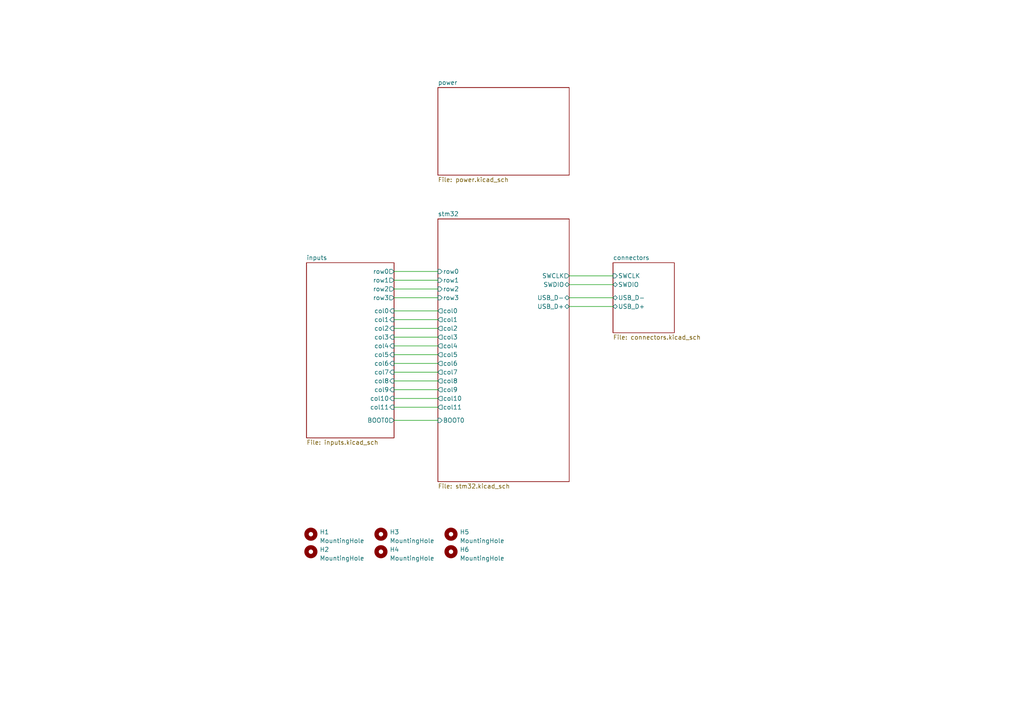
<source format=kicad_sch>
(kicad_sch (version 20230121) (generator eeschema)
  (paper "A4")
  (lib_symbols
    (symbol "Mechanical:MountingHole" (pin_names (offset 1.016))
      (property "Reference" "H" (at 0 5.08 0))
      (property "Value" "MountingHole" (at 0 3.175 0))
      (symbol "MountingHole_0_1"
        (circle (center 0 0) (radius 1.27) (stroke (width 1.27)))
      )
    )
  )
  (wire (pts (xy 114.3 113.03) (xy 127 113.03)))
  (wire (pts (xy 165.1 88.9) (xy 177.8 88.9)))
  (wire (pts (xy 114.3 115.57) (xy 127 115.57)))
  (wire (pts (xy 114.3 86.36) (xy 127 86.36)))
  (wire (pts (xy 114.3 78.74) (xy 127 78.74)))
  (wire (pts (xy 114.3 107.95) (xy 127 107.95)))
  (wire (pts (xy 114.3 83.82) (xy 127 83.82)))
  (wire (pts (xy 114.3 118.11) (xy 127 118.11)))
  (wire (pts (xy 114.3 97.79) (xy 127 97.79)))
  (wire (pts (xy 114.3 81.28) (xy 127 81.28)))
  (wire (pts (xy 114.3 102.87) (xy 127 102.87)))
  (wire (pts (xy 114.3 110.49) (xy 127 110.49)))
  (wire (pts (xy 114.3 90.17) (xy 127 90.17)))
  (wire (pts (xy 165.1 82.55) (xy 177.8 82.55)))
  (wire (pts (xy 114.3 121.92) (xy 127 121.92)))
  (wire (pts (xy 114.3 92.71) (xy 127 92.71)))
  (wire (pts (xy 114.3 95.25) (xy 127 95.25)))
  (wire (pts (xy 114.3 100.33) (xy 127 100.33)))
  (wire (pts (xy 114.3 105.41) (xy 127 105.41)))
  (wire (pts (xy 165.1 80.01) (xy 177.8 80.01)))
  (wire (pts (xy 165.1 86.36) (xy 177.8 86.36)))
  (symbol (lib_id "Mechanical:MountingHole") (at 90.17 154.94 0) (unit 1)
    (property "Reference" "H1" (at 92.71 154.305 0) (effects (justify left)))
    (property "Value" "MountingHole" (at 92.71 156.845 0) (effects (justify left)))
    (property "Footprint" "MountingHole:MountingHole_3.2mm_M3" (effects hide))
  )
  (symbol (lib_id "Mechanical:MountingHole") (at 110.49 154.94 0) (unit 1)
    (property "Reference" "H3" (at 113.03 154.305 0) (effects (justify left)))
    (property "Value" "MountingHole" (at 113.03 156.845 0) (effects (justify left)))
    (property "Footprint" "MountingHole:MountingHole_3.2mm_M3" (effects hide))
  )
  (symbol (lib_id "Mechanical:MountingHole") (at 110.49 160.02 0) (unit 1)
    (property "Reference" "H4" (at 113.03 159.385 0) (effects (justify left)))
    (property "Value" "MountingHole" (at 113.03 161.925 0) (effects (justify left)))
    (property "Footprint" "MountingHole:MountingHole_3.2mm_M3" (effects hide))
  )
  (symbol (lib_id "Mechanical:MountingHole") (at 130.81 154.94 0) (unit 1)
    (property "Reference" "H5" (at 133.35 154.305 0) (effects (justify left)))
    (property "Value" "MountingHole" (at 133.35 156.845 0) (effects (justify left)))
    (property "Footprint" "MountingHole:MountingHole_3.2mm_M3" (effects hide))
  )
  (symbol (lib_id "Mechanical:MountingHole") (at 130.81 160.02 0) (unit 1)
    (property "Reference" "H6" (at 133.35 159.385 0) (effects (justify left)))
    (property "Value" "MountingHole" (at 133.35 161.925 0) (effects (justify left)))
    (property "Footprint" "MountingHole:MountingHole_3.2mm_M3" (effects hide))
  )
  (symbol (lib_id "Mechanical:MountingHole") (at 90.17 160.02 0) (unit 1)
    (property "Reference" "H2" (at 92.71 159.385 0) (effects (justify left)))
    (property "Value" "MountingHole" (at 92.71 161.925 0) (effects (justify left)))
    (property "Footprint" "MountingHole:MountingHole_3.2mm_M3" (effects hide))
  )
  (sheet (at 88.9 76.2) (size 25.4 50.8) (stroke (width 0.1524))
    (property "Sheetname" "inputs" (at 88.9 75.4884 0) (effects (justify left bottom)))
    (property "Sheetfile" "inputs.kicad_sch" (at 88.9 127.5846 0) (effects (justify left top)))
    (pin "col7" input (at 114.3 107.95 0))
    (pin "col10" input (at 114.3 115.57 0))
    (pin "col9" input (at 114.3 113.03 0))
    (pin "col8" input (at 114.3 110.49 0))
    (pin "col4" input (at 114.3 100.33 0))
    (pin "col5" input (at 114.3 102.87 0))
    (pin "col3" input (at 114.3 97.79 0))
    (pin "col6" input (at 114.3 105.41 0))
    (pin "col0" input (at 114.3 90.17 0))
    (pin "col1" input (at 114.3 92.71 0))
    (pin "col2" input (at 114.3 95.25 0))
    (pin "col11" input (at 114.3 118.11 0))
    (pin "row1" output (at 114.3 81.28 0))
    (pin "row2" output (at 114.3 83.82 0))
    (pin "row0" output (at 114.3 78.74 0))
    (pin "BOOT0" output (at 114.3 121.92 0))
    (pin "row3" output (at 114.3 86.36 0))
  )
  (sheet (at 127 25.4) (size 38.1 25.4) (stroke (width 0.1524))
    (property "Sheetname" "power" (at 127 24.6884 0) (effects (justify left bottom)))
    (property "Sheetfile" "power.kicad_sch" (at 127 51.3846 0) (effects (justify left top)))
  )
  (sheet (at 127 63.5) (size 38.1 76.2) (stroke (width 0.1524))
    (property "Sheetname" "stm32" (at 127 62.7884 0) (effects (justify left bottom)))
    (property "Sheetfile" "stm32.kicad_sch" (at 127 140.2846 0) (effects (justify left top)))
    (pin "USB_D-" bidirectional (at 165.1 86.36 0))
    (pin "col6" output (at 127 105.41 180))
    (pin "col8" output (at 127 110.49 180))
    (pin "col7" output (at 127 107.95 180))
    (pin "SWDIO" bidirectional (at 165.1 82.55 0))
    (pin "USB_D+" bidirectional (at 165.1 88.9 0))
    (pin "SWCLK" output (at 165.1 80.01 0))
    (pin "col0" output (at 127 90.17 180))
    (pin "col1" output (at 127 92.71 180))
    (pin "row1" input (at 127 81.28 180))
    (pin "row3" input (at 127 86.36 180))
    (pin "row2" input (at 127 83.82 180))
    (pin "row0" input (at 127 78.74 180))
    (pin "col3" output (at 127 97.79 180))
    (pin "col4" output (at 127 100.33 180))
    (pin "col2" output (at 127 95.25 180))
    (pin "col5" output (at 127 102.87 180))
    (pin "BOOT0" input (at 127 121.92 180))
    (pin "col11" output (at 127 118.11 180))
    (pin "col9" output (at 127 113.03 180))
    (pin "col10" output (at 127 115.57 180))
  )
  (sheet (at 177.8 76.2) (size 17.78 20.32) (stroke (width 0.1524))
    (property "Sheetname" "connectors" (at 177.8 75.4884 0) (effects (justify left bottom)))
    (property "Sheetfile" "connectors.kicad_sch" (at 177.8 97.1046 0) (effects (justify left top)))
    (pin "SWDIO" bidirectional (at 177.8 82.55 180))
    (pin "USB_D-" bidirectional (at 177.8 86.36 180))
    (pin "USB_D+" bidirectional (at 177.8 88.9 180))
    (pin "SWCLK" input (at 177.8 80.01 180))
  )
)
</source>
